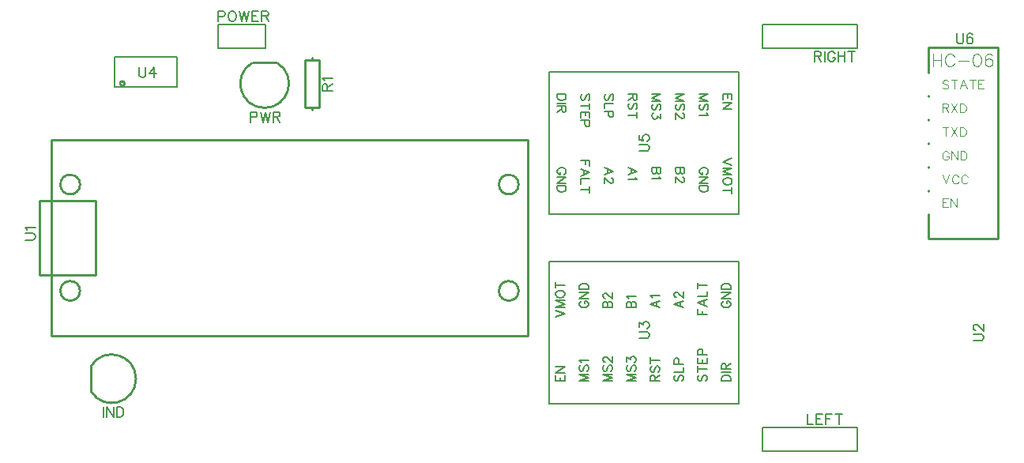
<source format=gto>
G04 Layer: TopSilkscreenLayer*
G04 EasyEDA v6.5.9, 2022-08-16 23:28:22*
G04 f5b14a09dd684442802db1c3ffc6393c,10*
G04 Gerber Generator version 0.2*
G04 Scale: 100 percent, Rotated: No, Reflected: No *
G04 Dimensions in millimeters *
G04 leading zeros omitted , absolute positions ,4 integer and 5 decimal *
%FSLAX45Y45*%
%MOMM*%

%ADD10C,0.1524*%
%ADD11C,0.2032*%
%ADD12C,0.0800*%
%ADD13C,0.1200*%
%ADD14C,0.2540*%
%ADD15C,0.2030*%
%ADD16C,0.1270*%
%ADD17C,0.2007*%
%ADD18C,0.0181*%

%LPD*%
D10*
X2133600Y3887215D02*
G01*
X2133600Y3778250D01*
X2133600Y3887215D02*
G01*
X2180336Y3887215D01*
X2195829Y3882136D01*
X2201163Y3876802D01*
X2206243Y3866387D01*
X2206243Y3850894D01*
X2201163Y3840479D01*
X2195829Y3835400D01*
X2180336Y3830065D01*
X2133600Y3830065D01*
X2240534Y3887215D02*
G01*
X2266695Y3778250D01*
X2292604Y3887215D02*
G01*
X2266695Y3778250D01*
X2292604Y3887215D02*
G01*
X2318511Y3778250D01*
X2344420Y3887215D02*
G01*
X2318511Y3778250D01*
X2378709Y3887215D02*
G01*
X2378709Y3778250D01*
X2378709Y3887215D02*
G01*
X2425700Y3887215D01*
X2441193Y3882136D01*
X2446274Y3876802D01*
X2451608Y3866387D01*
X2451608Y3855973D01*
X2446274Y3845560D01*
X2441193Y3840479D01*
X2425700Y3835400D01*
X2378709Y3835400D01*
X2415286Y3835400D02*
G01*
X2451608Y3778250D01*
X558749Y724915D02*
G01*
X558749Y615950D01*
X593039Y724915D02*
G01*
X593039Y615950D01*
X593039Y724915D02*
G01*
X665937Y615950D01*
X665937Y724915D02*
G01*
X665937Y615950D01*
X700227Y724915D02*
G01*
X700227Y615950D01*
X700227Y724915D02*
G01*
X736549Y724915D01*
X752043Y719836D01*
X762457Y709421D01*
X767537Y699007D01*
X772871Y683260D01*
X772871Y657352D01*
X767537Y641857D01*
X762457Y631444D01*
X752043Y621029D01*
X736549Y615950D01*
X700227Y615950D01*
X2907284Y4114800D02*
G01*
X3016250Y4114800D01*
X2907284Y4114800D02*
G01*
X2907284Y4161536D01*
X2912363Y4177029D01*
X2917697Y4182363D01*
X2928111Y4187444D01*
X2938525Y4187444D01*
X2948940Y4182363D01*
X2954020Y4177029D01*
X2959100Y4161536D01*
X2959100Y4114800D01*
X2959100Y4151121D02*
G01*
X3016250Y4187444D01*
X2928111Y4221734D02*
G01*
X2922777Y4232147D01*
X2907284Y4247895D01*
X3016250Y4247895D01*
X8102600Y648715D02*
G01*
X8102600Y539750D01*
X8102600Y539750D02*
G01*
X8164829Y539750D01*
X8199120Y648715D02*
G01*
X8199120Y539750D01*
X8199120Y648715D02*
G01*
X8266684Y648715D01*
X8199120Y596900D02*
G01*
X8240775Y596900D01*
X8199120Y539750D02*
G01*
X8266684Y539750D01*
X8300974Y648715D02*
G01*
X8300974Y539750D01*
X8300974Y648715D02*
G01*
X8368538Y648715D01*
X8300974Y596900D02*
G01*
X8342629Y596900D01*
X8439150Y648715D02*
G01*
X8439150Y539750D01*
X8402827Y648715D02*
G01*
X8475725Y648715D01*
X8178800Y4534915D02*
G01*
X8178800Y4425950D01*
X8178800Y4534915D02*
G01*
X8225536Y4534915D01*
X8241029Y4529836D01*
X8246363Y4524502D01*
X8251443Y4514087D01*
X8251443Y4503673D01*
X8246363Y4493260D01*
X8241029Y4488179D01*
X8225536Y4483100D01*
X8178800Y4483100D01*
X8215122Y4483100D02*
G01*
X8251443Y4425950D01*
X8285734Y4534915D02*
G01*
X8285734Y4425950D01*
X8398002Y4509007D02*
G01*
X8392922Y4519421D01*
X8382508Y4529836D01*
X8372093Y4534915D01*
X8351265Y4534915D01*
X8340852Y4529836D01*
X8330438Y4519421D01*
X8325358Y4509007D01*
X8320024Y4493260D01*
X8320024Y4467352D01*
X8325358Y4451857D01*
X8330438Y4441444D01*
X8340852Y4431029D01*
X8351265Y4425950D01*
X8372093Y4425950D01*
X8382508Y4431029D01*
X8392922Y4441444D01*
X8398002Y4451857D01*
X8398002Y4467352D01*
X8372093Y4467352D02*
G01*
X8398002Y4467352D01*
X8432291Y4534915D02*
G01*
X8432291Y4425950D01*
X8505190Y4534915D02*
G01*
X8505190Y4425950D01*
X8432291Y4483100D02*
G01*
X8505190Y4483100D01*
X8575802Y4534915D02*
G01*
X8575802Y4425950D01*
X8539479Y4534915D02*
G01*
X8612124Y4534915D01*
X1790700Y4966715D02*
G01*
X1790700Y4857750D01*
X1790700Y4966715D02*
G01*
X1837436Y4966715D01*
X1852929Y4961636D01*
X1858263Y4956302D01*
X1863344Y4945887D01*
X1863344Y4930394D01*
X1858263Y4919979D01*
X1852929Y4914900D01*
X1837436Y4909565D01*
X1790700Y4909565D01*
X1928876Y4966715D02*
G01*
X1918462Y4961636D01*
X1908047Y4951221D01*
X1902968Y4940807D01*
X1897634Y4925060D01*
X1897634Y4899152D01*
X1902968Y4883657D01*
X1908047Y4873244D01*
X1918462Y4862829D01*
X1928876Y4857750D01*
X1949704Y4857750D01*
X1960118Y4862829D01*
X1970531Y4873244D01*
X1975611Y4883657D01*
X1980945Y4899152D01*
X1980945Y4925060D01*
X1975611Y4940807D01*
X1970531Y4951221D01*
X1960118Y4961636D01*
X1949704Y4966715D01*
X1928876Y4966715D01*
X2015236Y4966715D02*
G01*
X2041143Y4857750D01*
X2067052Y4966715D02*
G01*
X2041143Y4857750D01*
X2067052Y4966715D02*
G01*
X2092959Y4857750D01*
X2119122Y4966715D02*
G01*
X2092959Y4857750D01*
X2153411Y4966715D02*
G01*
X2153411Y4857750D01*
X2153411Y4966715D02*
G01*
X2220975Y4966715D01*
X2153411Y4914900D02*
G01*
X2194813Y4914900D01*
X2153411Y4857750D02*
G01*
X2220975Y4857750D01*
X2255265Y4966715D02*
G01*
X2255265Y4857750D01*
X2255265Y4966715D02*
G01*
X2302002Y4966715D01*
X2317495Y4961636D01*
X2322829Y4956302D01*
X2327909Y4945887D01*
X2327909Y4935473D01*
X2322829Y4925060D01*
X2317495Y4919979D01*
X2302002Y4914900D01*
X2255265Y4914900D01*
X2291588Y4914900D02*
G01*
X2327909Y4857750D01*
X-280415Y2514600D02*
G01*
X-202437Y2514600D01*
X-186944Y2519679D01*
X-176529Y2530094D01*
X-171450Y2545842D01*
X-171450Y2556255D01*
X-176529Y2571750D01*
X-186944Y2582163D01*
X-202437Y2587244D01*
X-280415Y2587244D01*
X-259587Y2621534D02*
G01*
X-264921Y2631947D01*
X-280415Y2647695D01*
X-171450Y2647695D01*
X6298184Y1460500D02*
G01*
X6376161Y1460500D01*
X6391656Y1465579D01*
X6402070Y1475994D01*
X6407150Y1491742D01*
X6407150Y1502155D01*
X6402070Y1517650D01*
X6391656Y1528063D01*
X6376161Y1533144D01*
X6298184Y1533144D01*
X6298184Y1577847D02*
G01*
X6298184Y1634997D01*
X6339840Y1604010D01*
X6339840Y1619504D01*
X6344920Y1629918D01*
X6350000Y1634997D01*
X6365747Y1640331D01*
X6376161Y1640331D01*
X6391656Y1634997D01*
X6402070Y1624584D01*
X6407150Y1609089D01*
X6407150Y1593595D01*
X6402070Y1577847D01*
X6396990Y1572768D01*
X6386575Y1567434D01*
D11*
X5659627Y1003300D02*
G01*
X5756656Y1003300D01*
X5659627Y1003300D02*
G01*
X5756656Y1040129D01*
X5659627Y1077213D02*
G01*
X5756656Y1040129D01*
X5659627Y1077213D02*
G01*
X5756656Y1077213D01*
X5673343Y1172210D02*
G01*
X5664200Y1163065D01*
X5659627Y1149350D01*
X5659627Y1130807D01*
X5664200Y1116837D01*
X5673343Y1107694D01*
X5682741Y1107694D01*
X5691886Y1112265D01*
X5696458Y1116837D01*
X5701029Y1126236D01*
X5710427Y1153921D01*
X5715000Y1163065D01*
X5719572Y1167637D01*
X5728970Y1172210D01*
X5742686Y1172210D01*
X5751829Y1163065D01*
X5756656Y1149350D01*
X5756656Y1130807D01*
X5751829Y1116837D01*
X5742686Y1107694D01*
X5678170Y1202689D02*
G01*
X5673343Y1212087D01*
X5659627Y1225804D01*
X5756656Y1225804D01*
X5913627Y1003300D02*
G01*
X6010656Y1003300D01*
X5913627Y1003300D02*
G01*
X6010656Y1040129D01*
X5913627Y1077213D02*
G01*
X6010656Y1040129D01*
X5913627Y1077213D02*
G01*
X6010656Y1077213D01*
X5927343Y1172210D02*
G01*
X5918200Y1163065D01*
X5913627Y1149350D01*
X5913627Y1130807D01*
X5918200Y1116837D01*
X5927343Y1107694D01*
X5936741Y1107694D01*
X5945886Y1112265D01*
X5950458Y1116837D01*
X5955029Y1126236D01*
X5964427Y1153921D01*
X5969000Y1163065D01*
X5973572Y1167637D01*
X5982970Y1172210D01*
X5996686Y1172210D01*
X6005829Y1163065D01*
X6010656Y1149350D01*
X6010656Y1130807D01*
X6005829Y1116837D01*
X5996686Y1107694D01*
X5936741Y1207515D02*
G01*
X5932170Y1207515D01*
X5922772Y1212087D01*
X5918200Y1216660D01*
X5913627Y1225804D01*
X5913627Y1244345D01*
X5918200Y1253489D01*
X5922772Y1258315D01*
X5932170Y1262887D01*
X5941313Y1262887D01*
X5950458Y1258315D01*
X5964427Y1248918D01*
X6010656Y1202689D01*
X6010656Y1267460D01*
X6167627Y1003300D02*
G01*
X6264656Y1003300D01*
X6167627Y1003300D02*
G01*
X6264656Y1040129D01*
X6167627Y1077213D02*
G01*
X6264656Y1040129D01*
X6167627Y1077213D02*
G01*
X6264656Y1077213D01*
X6181343Y1172210D02*
G01*
X6172200Y1163065D01*
X6167627Y1149350D01*
X6167627Y1130807D01*
X6172200Y1116837D01*
X6181343Y1107694D01*
X6190741Y1107694D01*
X6199886Y1112265D01*
X6204458Y1116837D01*
X6209029Y1126236D01*
X6218427Y1153921D01*
X6223000Y1163065D01*
X6227572Y1167637D01*
X6236970Y1172210D01*
X6250686Y1172210D01*
X6259829Y1163065D01*
X6264656Y1149350D01*
X6264656Y1130807D01*
X6259829Y1116837D01*
X6250686Y1107694D01*
X6167627Y1212087D02*
G01*
X6167627Y1262887D01*
X6204458Y1235202D01*
X6204458Y1248918D01*
X6209029Y1258315D01*
X6213856Y1262887D01*
X6227572Y1267460D01*
X6236970Y1267460D01*
X6250686Y1262887D01*
X6259829Y1253489D01*
X6264656Y1239773D01*
X6264656Y1225804D01*
X6259829Y1212087D01*
X6255258Y1207515D01*
X6246113Y1202689D01*
X6943343Y1068070D02*
G01*
X6934200Y1058671D01*
X6929627Y1044955D01*
X6929627Y1026413D01*
X6934200Y1012444D01*
X6943343Y1003300D01*
X6952741Y1003300D01*
X6961886Y1007871D01*
X6966458Y1012444D01*
X6971029Y1021842D01*
X6980427Y1049528D01*
X6985000Y1058671D01*
X6989572Y1063244D01*
X6998970Y1068070D01*
X7012686Y1068070D01*
X7021829Y1058671D01*
X7026656Y1044955D01*
X7026656Y1026413D01*
X7021829Y1012444D01*
X7012686Y1003300D01*
X6929627Y1130807D02*
G01*
X7026656Y1130807D01*
X6929627Y1098550D02*
G01*
X6929627Y1163065D01*
X6929627Y1193545D02*
G01*
X7026656Y1193545D01*
X6929627Y1193545D02*
G01*
X6929627Y1253489D01*
X6975856Y1193545D02*
G01*
X6975856Y1230629D01*
X7026656Y1193545D02*
G01*
X7026656Y1253489D01*
X6929627Y1283970D02*
G01*
X7026656Y1283970D01*
X6929627Y1283970D02*
G01*
X6929627Y1325626D01*
X6934200Y1339595D01*
X6938772Y1344168D01*
X6948170Y1348739D01*
X6961886Y1348739D01*
X6971029Y1344168D01*
X6975856Y1339595D01*
X6980427Y1325626D01*
X6980427Y1283970D01*
X7183627Y1003300D02*
G01*
X7280656Y1003300D01*
X7183627Y1003300D02*
G01*
X7183627Y1035557D01*
X7188200Y1049528D01*
X7197343Y1058671D01*
X7206741Y1063244D01*
X7220458Y1068070D01*
X7243572Y1068070D01*
X7257541Y1063244D01*
X7266686Y1058671D01*
X7275829Y1049528D01*
X7280656Y1035557D01*
X7280656Y1003300D01*
X7183627Y1098550D02*
G01*
X7280656Y1098550D01*
X7183627Y1129029D02*
G01*
X7280656Y1129029D01*
X7183627Y1129029D02*
G01*
X7183627Y1170431D01*
X7188200Y1184402D01*
X7192772Y1188973D01*
X7202170Y1193545D01*
X7211313Y1193545D01*
X7220458Y1188973D01*
X7225029Y1184402D01*
X7229856Y1170431D01*
X7229856Y1129029D01*
X7229856Y1161287D02*
G01*
X7280656Y1193545D01*
X7206741Y1860042D02*
G01*
X7197343Y1855470D01*
X7188200Y1846071D01*
X7183627Y1836928D01*
X7183627Y1818386D01*
X7188200Y1809242D01*
X7197343Y1799844D01*
X7206741Y1795271D01*
X7220458Y1790700D01*
X7243572Y1790700D01*
X7257541Y1795271D01*
X7266686Y1799844D01*
X7275829Y1809242D01*
X7280656Y1818386D01*
X7280656Y1836928D01*
X7275829Y1846071D01*
X7266686Y1855470D01*
X7257541Y1860042D01*
X7243572Y1860042D01*
X7243572Y1836928D02*
G01*
X7243572Y1860042D01*
X7183627Y1890521D02*
G01*
X7280656Y1890521D01*
X7183627Y1890521D02*
G01*
X7280656Y1955037D01*
X7183627Y1955037D02*
G01*
X7280656Y1955037D01*
X7183627Y1985518D02*
G01*
X7280656Y1985518D01*
X7183627Y1985518D02*
G01*
X7183627Y2018029D01*
X7188200Y2031745D01*
X7197343Y2040889D01*
X7206741Y2045715D01*
X7220458Y2050287D01*
X7243572Y2050287D01*
X7257541Y2045715D01*
X7266686Y2040889D01*
X7275829Y2031745D01*
X7280656Y2018029D01*
X7280656Y1985518D01*
X6929627Y1714500D02*
G01*
X7026656Y1714500D01*
X6929627Y1714500D02*
G01*
X6929627Y1774444D01*
X6975856Y1714500D02*
G01*
X6975856Y1751329D01*
X6929627Y1842007D02*
G01*
X7026656Y1804923D01*
X6929627Y1842007D02*
G01*
X7026656Y1878837D01*
X6994143Y1818894D02*
G01*
X6994143Y1865121D01*
X6929627Y1909318D02*
G01*
X7026656Y1909318D01*
X7026656Y1909318D02*
G01*
X7026656Y1964689D01*
X6929627Y2027681D02*
G01*
X7026656Y2027681D01*
X6929627Y1995170D02*
G01*
X6929627Y2059939D01*
X6675627Y1827529D02*
G01*
X6772656Y1790700D01*
X6675627Y1827529D02*
G01*
X6772656Y1864613D01*
X6740143Y1804670D02*
G01*
X6740143Y1850644D01*
X6698741Y1899665D02*
G01*
X6694170Y1899665D01*
X6684772Y1904237D01*
X6680200Y1908810D01*
X6675627Y1918207D01*
X6675627Y1936750D01*
X6680200Y1945894D01*
X6684772Y1950465D01*
X6694170Y1955037D01*
X6703313Y1955037D01*
X6712458Y1950465D01*
X6726427Y1941321D01*
X6772656Y1895094D01*
X6772656Y1959610D01*
X6421627Y1827529D02*
G01*
X6518656Y1790700D01*
X6421627Y1827529D02*
G01*
X6518656Y1864613D01*
X6486143Y1804670D02*
G01*
X6486143Y1850644D01*
X6440170Y1895094D02*
G01*
X6435343Y1904237D01*
X6421627Y1918207D01*
X6518656Y1918207D01*
X6167627Y1790700D02*
G01*
X6264656Y1790700D01*
X6167627Y1790700D02*
G01*
X6167627Y1832355D01*
X6172200Y1846071D01*
X6176772Y1850644D01*
X6186170Y1855470D01*
X6195313Y1855470D01*
X6204458Y1850644D01*
X6209029Y1846071D01*
X6213856Y1832355D01*
X6213856Y1790700D02*
G01*
X6213856Y1832355D01*
X6218427Y1846071D01*
X6223000Y1850644D01*
X6232143Y1855470D01*
X6246113Y1855470D01*
X6255258Y1850644D01*
X6259829Y1846071D01*
X6264656Y1832355D01*
X6264656Y1790700D01*
X6186170Y1885950D02*
G01*
X6181343Y1895094D01*
X6167627Y1908810D01*
X6264656Y1908810D01*
X5913627Y1790700D02*
G01*
X6010656Y1790700D01*
X5913627Y1790700D02*
G01*
X5913627Y1832355D01*
X5918200Y1846071D01*
X5922772Y1850644D01*
X5932170Y1855470D01*
X5941313Y1855470D01*
X5950458Y1850644D01*
X5955029Y1846071D01*
X5959856Y1832355D01*
X5959856Y1790700D02*
G01*
X5959856Y1832355D01*
X5964427Y1846071D01*
X5969000Y1850644D01*
X5978143Y1855470D01*
X5992113Y1855470D01*
X6001258Y1850644D01*
X6005829Y1846071D01*
X6010656Y1832355D01*
X6010656Y1790700D01*
X5936741Y1890521D02*
G01*
X5932170Y1890521D01*
X5922772Y1895094D01*
X5918200Y1899665D01*
X5913627Y1908810D01*
X5913627Y1927352D01*
X5918200Y1936750D01*
X5922772Y1941321D01*
X5932170Y1945894D01*
X5941313Y1945894D01*
X5950458Y1941321D01*
X5964427Y1931923D01*
X6010656Y1885950D01*
X6010656Y1950465D01*
X5682741Y1860042D02*
G01*
X5673343Y1855470D01*
X5664200Y1846071D01*
X5659627Y1836928D01*
X5659627Y1818386D01*
X5664200Y1809242D01*
X5673343Y1799844D01*
X5682741Y1795271D01*
X5696458Y1790700D01*
X5719572Y1790700D01*
X5733541Y1795271D01*
X5742686Y1799844D01*
X5751829Y1809242D01*
X5756656Y1818386D01*
X5756656Y1836928D01*
X5751829Y1846071D01*
X5742686Y1855470D01*
X5733541Y1860042D01*
X5719572Y1860042D01*
X5719572Y1836928D02*
G01*
X5719572Y1860042D01*
X5659627Y1890521D02*
G01*
X5756656Y1890521D01*
X5659627Y1890521D02*
G01*
X5756656Y1955037D01*
X5659627Y1955037D02*
G01*
X5756656Y1955037D01*
X5659627Y1985518D02*
G01*
X5756656Y1985518D01*
X5659627Y1985518D02*
G01*
X5659627Y2018029D01*
X5664200Y2031745D01*
X5673343Y2040889D01*
X5682741Y2045715D01*
X5696458Y2050287D01*
X5719572Y2050287D01*
X5733541Y2045715D01*
X5742686Y2040889D01*
X5751829Y2031745D01*
X5756656Y2018029D01*
X5756656Y1985518D01*
X5405627Y1689100D02*
G01*
X5502656Y1725929D01*
X5405627Y1763013D02*
G01*
X5502656Y1725929D01*
X5405627Y1793494D02*
G01*
X5502656Y1793494D01*
X5405627Y1793494D02*
G01*
X5502656Y1830323D01*
X5405627Y1867407D02*
G01*
X5502656Y1830323D01*
X5405627Y1867407D02*
G01*
X5502656Y1867407D01*
X5405627Y1925573D02*
G01*
X5410200Y1916429D01*
X5419343Y1907031D01*
X5428741Y1902460D01*
X5442458Y1897887D01*
X5465572Y1897887D01*
X5479541Y1902460D01*
X5488686Y1907031D01*
X5497829Y1916429D01*
X5502656Y1925573D01*
X5502656Y1944115D01*
X5497829Y1953260D01*
X5488686Y1962404D01*
X5479541Y1967229D01*
X5465572Y1971802D01*
X5442458Y1971802D01*
X5428741Y1967229D01*
X5419343Y1962404D01*
X5410200Y1953260D01*
X5405627Y1944115D01*
X5405627Y1925573D01*
X5405627Y2034539D02*
G01*
X5502656Y2034539D01*
X5405627Y2002281D02*
G01*
X5405627Y2066797D01*
X5405627Y1003300D02*
G01*
X5502656Y1003300D01*
X5405627Y1003300D02*
G01*
X5405627Y1063244D01*
X5451856Y1003300D02*
G01*
X5451856Y1040129D01*
X5502656Y1003300D02*
G01*
X5502656Y1063244D01*
X5405627Y1093723D02*
G01*
X5502656Y1093723D01*
X5405627Y1093723D02*
G01*
X5502656Y1158494D01*
X5405627Y1158494D02*
G01*
X5502656Y1158494D01*
X6421627Y1003300D02*
G01*
X6518656Y1003300D01*
X6421627Y1003300D02*
G01*
X6421627Y1044955D01*
X6426200Y1058671D01*
X6430772Y1063244D01*
X6440170Y1068070D01*
X6449313Y1068070D01*
X6458458Y1063244D01*
X6463029Y1058671D01*
X6467856Y1044955D01*
X6467856Y1003300D01*
X6467856Y1035557D02*
G01*
X6518656Y1068070D01*
X6435343Y1163065D02*
G01*
X6426200Y1153921D01*
X6421627Y1139952D01*
X6421627Y1121410D01*
X6426200Y1107694D01*
X6435343Y1098550D01*
X6444741Y1098550D01*
X6453886Y1103121D01*
X6458458Y1107694D01*
X6463029Y1116837D01*
X6472427Y1144523D01*
X6477000Y1153921D01*
X6481572Y1158494D01*
X6490970Y1163065D01*
X6504686Y1163065D01*
X6513829Y1153921D01*
X6518656Y1139952D01*
X6518656Y1121410D01*
X6513829Y1107694D01*
X6504686Y1098550D01*
X6421627Y1225804D02*
G01*
X6518656Y1225804D01*
X6421627Y1193545D02*
G01*
X6421627Y1258315D01*
X6689343Y1068070D02*
G01*
X6680200Y1058671D01*
X6675627Y1044955D01*
X6675627Y1026413D01*
X6680200Y1012444D01*
X6689343Y1003300D01*
X6698741Y1003300D01*
X6707886Y1007871D01*
X6712458Y1012444D01*
X6717029Y1021842D01*
X6726427Y1049528D01*
X6731000Y1058671D01*
X6735572Y1063244D01*
X6744970Y1068070D01*
X6758686Y1068070D01*
X6767829Y1058671D01*
X6772656Y1044955D01*
X6772656Y1026413D01*
X6767829Y1012444D01*
X6758686Y1003300D01*
X6675627Y1098550D02*
G01*
X6772656Y1098550D01*
X6772656Y1098550D02*
G01*
X6772656Y1153921D01*
X6675627Y1184402D02*
G01*
X6772656Y1184402D01*
X6675627Y1184402D02*
G01*
X6675627Y1225804D01*
X6680200Y1239773D01*
X6684772Y1244345D01*
X6694170Y1248918D01*
X6707886Y1248918D01*
X6717029Y1244345D01*
X6721856Y1239773D01*
X6726427Y1225804D01*
X6726427Y1184402D01*
D10*
X6298184Y3467100D02*
G01*
X6376161Y3467100D01*
X6391656Y3472179D01*
X6402070Y3482594D01*
X6407150Y3498342D01*
X6407150Y3508755D01*
X6402070Y3524250D01*
X6391656Y3534663D01*
X6376161Y3539744D01*
X6298184Y3539744D01*
X6298184Y3636518D02*
G01*
X6298184Y3584447D01*
X6344920Y3579368D01*
X6339840Y3584447D01*
X6334506Y3600195D01*
X6334506Y3615689D01*
X6339840Y3631184D01*
X6350000Y3641597D01*
X6365747Y3646931D01*
X6376161Y3646931D01*
X6391656Y3641597D01*
X6402070Y3631184D01*
X6407150Y3615689D01*
X6407150Y3600195D01*
X6402070Y3584447D01*
X6396990Y3579368D01*
X6386575Y3574034D01*
D11*
X7040372Y4076700D02*
G01*
X6943343Y4076700D01*
X7040372Y4076700D02*
G01*
X6943343Y4039870D01*
X7040372Y4002786D02*
G01*
X6943343Y4039870D01*
X7040372Y4002786D02*
G01*
X6943343Y4002786D01*
X7026656Y3907789D02*
G01*
X7035800Y3916934D01*
X7040372Y3930650D01*
X7040372Y3949192D01*
X7035800Y3963162D01*
X7026656Y3972305D01*
X7017258Y3972305D01*
X7008113Y3967734D01*
X7003541Y3963162D01*
X6998970Y3953763D01*
X6989572Y3926078D01*
X6985000Y3916934D01*
X6980427Y3912362D01*
X6971029Y3907789D01*
X6957313Y3907789D01*
X6948170Y3916934D01*
X6943343Y3930650D01*
X6943343Y3949192D01*
X6948170Y3963162D01*
X6957313Y3972305D01*
X7021829Y3877310D02*
G01*
X7026656Y3867912D01*
X7040372Y3854195D01*
X6943343Y3854195D01*
X6786372Y4076700D02*
G01*
X6689343Y4076700D01*
X6786372Y4076700D02*
G01*
X6689343Y4039870D01*
X6786372Y4002786D02*
G01*
X6689343Y4039870D01*
X6786372Y4002786D02*
G01*
X6689343Y4002786D01*
X6772656Y3907789D02*
G01*
X6781800Y3916934D01*
X6786372Y3930650D01*
X6786372Y3949192D01*
X6781800Y3963162D01*
X6772656Y3972305D01*
X6763258Y3972305D01*
X6754113Y3967734D01*
X6749541Y3963162D01*
X6744970Y3953763D01*
X6735572Y3926078D01*
X6731000Y3916934D01*
X6726427Y3912362D01*
X6717029Y3907789D01*
X6703313Y3907789D01*
X6694170Y3916934D01*
X6689343Y3930650D01*
X6689343Y3949192D01*
X6694170Y3963162D01*
X6703313Y3972305D01*
X6763258Y3872484D02*
G01*
X6767829Y3872484D01*
X6777227Y3867912D01*
X6781800Y3863339D01*
X6786372Y3854195D01*
X6786372Y3835654D01*
X6781800Y3826510D01*
X6777227Y3821684D01*
X6767829Y3817112D01*
X6758686Y3817112D01*
X6749541Y3821684D01*
X6735572Y3831081D01*
X6689343Y3877310D01*
X6689343Y3812539D01*
X6532372Y4076700D02*
G01*
X6435343Y4076700D01*
X6532372Y4076700D02*
G01*
X6435343Y4039870D01*
X6532372Y4002786D02*
G01*
X6435343Y4039870D01*
X6532372Y4002786D02*
G01*
X6435343Y4002786D01*
X6518656Y3907789D02*
G01*
X6527800Y3916934D01*
X6532372Y3930650D01*
X6532372Y3949192D01*
X6527800Y3963162D01*
X6518656Y3972305D01*
X6509258Y3972305D01*
X6500113Y3967734D01*
X6495541Y3963162D01*
X6490970Y3953763D01*
X6481572Y3926078D01*
X6477000Y3916934D01*
X6472427Y3912362D01*
X6463029Y3907789D01*
X6449313Y3907789D01*
X6440170Y3916934D01*
X6435343Y3930650D01*
X6435343Y3949192D01*
X6440170Y3963162D01*
X6449313Y3972305D01*
X6532372Y3867912D02*
G01*
X6532372Y3817112D01*
X6495541Y3844797D01*
X6495541Y3831081D01*
X6490970Y3821684D01*
X6486143Y3817112D01*
X6472427Y3812539D01*
X6463029Y3812539D01*
X6449313Y3817112D01*
X6440170Y3826510D01*
X6435343Y3840226D01*
X6435343Y3854195D01*
X6440170Y3867912D01*
X6444741Y3872484D01*
X6453886Y3877310D01*
X5756656Y4011929D02*
G01*
X5765800Y4021328D01*
X5770372Y4035044D01*
X5770372Y4053586D01*
X5765800Y4067555D01*
X5756656Y4076700D01*
X5747258Y4076700D01*
X5738113Y4072128D01*
X5733541Y4067555D01*
X5728970Y4058157D01*
X5719572Y4030471D01*
X5715000Y4021328D01*
X5710427Y4016755D01*
X5701029Y4011929D01*
X5687313Y4011929D01*
X5678170Y4021328D01*
X5673343Y4035044D01*
X5673343Y4053586D01*
X5678170Y4067555D01*
X5687313Y4076700D01*
X5770372Y3949192D02*
G01*
X5673343Y3949192D01*
X5770372Y3981450D02*
G01*
X5770372Y3916934D01*
X5770372Y3886454D02*
G01*
X5673343Y3886454D01*
X5770372Y3886454D02*
G01*
X5770372Y3826510D01*
X5724143Y3886454D02*
G01*
X5724143Y3849370D01*
X5673343Y3886454D02*
G01*
X5673343Y3826510D01*
X5770372Y3796029D02*
G01*
X5673343Y3796029D01*
X5770372Y3796029D02*
G01*
X5770372Y3754373D01*
X5765800Y3740404D01*
X5761227Y3735831D01*
X5751829Y3731260D01*
X5738113Y3731260D01*
X5728970Y3735831D01*
X5724143Y3740404D01*
X5719572Y3754373D01*
X5719572Y3796029D01*
X5516372Y4076700D02*
G01*
X5419343Y4076700D01*
X5516372Y4076700D02*
G01*
X5516372Y4044442D01*
X5511800Y4030471D01*
X5502656Y4021328D01*
X5493258Y4016755D01*
X5479541Y4011929D01*
X5456427Y4011929D01*
X5442458Y4016755D01*
X5433313Y4021328D01*
X5424170Y4030471D01*
X5419343Y4044442D01*
X5419343Y4076700D01*
X5516372Y3981450D02*
G01*
X5419343Y3981450D01*
X5516372Y3950970D02*
G01*
X5419343Y3950970D01*
X5516372Y3950970D02*
G01*
X5516372Y3909568D01*
X5511800Y3895597D01*
X5507227Y3891026D01*
X5497829Y3886454D01*
X5488686Y3886454D01*
X5479541Y3891026D01*
X5474970Y3895597D01*
X5470143Y3909568D01*
X5470143Y3950970D01*
X5470143Y3918712D02*
G01*
X5419343Y3886454D01*
X5493258Y3219957D02*
G01*
X5502656Y3224529D01*
X5511800Y3233928D01*
X5516372Y3243071D01*
X5516372Y3261613D01*
X5511800Y3270757D01*
X5502656Y3280155D01*
X5493258Y3284728D01*
X5479541Y3289300D01*
X5456427Y3289300D01*
X5442458Y3284728D01*
X5433313Y3280155D01*
X5424170Y3270757D01*
X5419343Y3261613D01*
X5419343Y3243071D01*
X5424170Y3233928D01*
X5433313Y3224529D01*
X5442458Y3219957D01*
X5456427Y3219957D01*
X5456427Y3243071D02*
G01*
X5456427Y3219957D01*
X5516372Y3189478D02*
G01*
X5419343Y3189478D01*
X5516372Y3189478D02*
G01*
X5419343Y3124962D01*
X5516372Y3124962D02*
G01*
X5419343Y3124962D01*
X5516372Y3094481D02*
G01*
X5419343Y3094481D01*
X5516372Y3094481D02*
G01*
X5516372Y3061970D01*
X5511800Y3048254D01*
X5502656Y3039110D01*
X5493258Y3034284D01*
X5479541Y3029712D01*
X5456427Y3029712D01*
X5442458Y3034284D01*
X5433313Y3039110D01*
X5424170Y3048254D01*
X5419343Y3061970D01*
X5419343Y3094481D01*
X5770372Y3365500D02*
G01*
X5673343Y3365500D01*
X5770372Y3365500D02*
G01*
X5770372Y3305555D01*
X5724143Y3365500D02*
G01*
X5724143Y3328670D01*
X5770372Y3237992D02*
G01*
X5673343Y3275076D01*
X5770372Y3237992D02*
G01*
X5673343Y3201162D01*
X5705856Y3261105D02*
G01*
X5705856Y3214878D01*
X5770372Y3170681D02*
G01*
X5673343Y3170681D01*
X5673343Y3170681D02*
G01*
X5673343Y3115310D01*
X5770372Y3052318D02*
G01*
X5673343Y3052318D01*
X5770372Y3084829D02*
G01*
X5770372Y3020060D01*
X6024372Y3252470D02*
G01*
X5927343Y3289300D01*
X6024372Y3252470D02*
G01*
X5927343Y3215386D01*
X5959856Y3275329D02*
G01*
X5959856Y3229355D01*
X6001258Y3180334D02*
G01*
X6005829Y3180334D01*
X6015227Y3175762D01*
X6019800Y3171189D01*
X6024372Y3161792D01*
X6024372Y3143250D01*
X6019800Y3134105D01*
X6015227Y3129534D01*
X6005829Y3124962D01*
X5996686Y3124962D01*
X5987541Y3129534D01*
X5973572Y3138678D01*
X5927343Y3184905D01*
X5927343Y3120389D01*
X6278372Y3252470D02*
G01*
X6181343Y3289300D01*
X6278372Y3252470D02*
G01*
X6181343Y3215386D01*
X6213856Y3275329D02*
G01*
X6213856Y3229355D01*
X6259829Y3184905D02*
G01*
X6264656Y3175762D01*
X6278372Y3161792D01*
X6181343Y3161792D01*
X6532372Y3289300D02*
G01*
X6435343Y3289300D01*
X6532372Y3289300D02*
G01*
X6532372Y3247644D01*
X6527800Y3233928D01*
X6523227Y3229355D01*
X6513829Y3224529D01*
X6504686Y3224529D01*
X6495541Y3229355D01*
X6490970Y3233928D01*
X6486143Y3247644D01*
X6486143Y3289300D02*
G01*
X6486143Y3247644D01*
X6481572Y3233928D01*
X6477000Y3229355D01*
X6467856Y3224529D01*
X6453886Y3224529D01*
X6444741Y3229355D01*
X6440170Y3233928D01*
X6435343Y3247644D01*
X6435343Y3289300D01*
X6513829Y3194050D02*
G01*
X6518656Y3184905D01*
X6532372Y3171189D01*
X6435343Y3171189D01*
X6786372Y3289300D02*
G01*
X6689343Y3289300D01*
X6786372Y3289300D02*
G01*
X6786372Y3247644D01*
X6781800Y3233928D01*
X6777227Y3229355D01*
X6767829Y3224529D01*
X6758686Y3224529D01*
X6749541Y3229355D01*
X6744970Y3233928D01*
X6740143Y3247644D01*
X6740143Y3289300D02*
G01*
X6740143Y3247644D01*
X6735572Y3233928D01*
X6731000Y3229355D01*
X6721856Y3224529D01*
X6707886Y3224529D01*
X6698741Y3229355D01*
X6694170Y3233928D01*
X6689343Y3247644D01*
X6689343Y3289300D01*
X6763258Y3189478D02*
G01*
X6767829Y3189478D01*
X6777227Y3184905D01*
X6781800Y3180334D01*
X6786372Y3171189D01*
X6786372Y3152647D01*
X6781800Y3143250D01*
X6777227Y3138678D01*
X6767829Y3134105D01*
X6758686Y3134105D01*
X6749541Y3138678D01*
X6735572Y3148076D01*
X6689343Y3194050D01*
X6689343Y3129534D01*
X7017258Y3219957D02*
G01*
X7026656Y3224529D01*
X7035800Y3233928D01*
X7040372Y3243071D01*
X7040372Y3261613D01*
X7035800Y3270757D01*
X7026656Y3280155D01*
X7017258Y3284728D01*
X7003541Y3289300D01*
X6980427Y3289300D01*
X6966458Y3284728D01*
X6957313Y3280155D01*
X6948170Y3270757D01*
X6943343Y3261613D01*
X6943343Y3243071D01*
X6948170Y3233928D01*
X6957313Y3224529D01*
X6966458Y3219957D01*
X6980427Y3219957D01*
X6980427Y3243071D02*
G01*
X6980427Y3219957D01*
X7040372Y3189478D02*
G01*
X6943343Y3189478D01*
X7040372Y3189478D02*
G01*
X6943343Y3124962D01*
X7040372Y3124962D02*
G01*
X6943343Y3124962D01*
X7040372Y3094481D02*
G01*
X6943343Y3094481D01*
X7040372Y3094481D02*
G01*
X7040372Y3061970D01*
X7035800Y3048254D01*
X7026656Y3039110D01*
X7017258Y3034284D01*
X7003541Y3029712D01*
X6980427Y3029712D01*
X6966458Y3034284D01*
X6957313Y3039110D01*
X6948170Y3048254D01*
X6943343Y3061970D01*
X6943343Y3094481D01*
X7294372Y3390900D02*
G01*
X7197343Y3354070D01*
X7294372Y3316986D02*
G01*
X7197343Y3354070D01*
X7294372Y3286505D02*
G01*
X7197343Y3286505D01*
X7294372Y3286505D02*
G01*
X7197343Y3249676D01*
X7294372Y3212592D02*
G01*
X7197343Y3249676D01*
X7294372Y3212592D02*
G01*
X7197343Y3212592D01*
X7294372Y3154426D02*
G01*
X7289800Y3163570D01*
X7280656Y3172968D01*
X7271258Y3177539D01*
X7257541Y3182112D01*
X7234427Y3182112D01*
X7220458Y3177539D01*
X7211313Y3172968D01*
X7202170Y3163570D01*
X7197343Y3154426D01*
X7197343Y3135884D01*
X7202170Y3126739D01*
X7211313Y3117595D01*
X7220458Y3112770D01*
X7234427Y3108197D01*
X7257541Y3108197D01*
X7271258Y3112770D01*
X7280656Y3117595D01*
X7289800Y3126739D01*
X7294372Y3135884D01*
X7294372Y3154426D01*
X7294372Y3045460D02*
G01*
X7197343Y3045460D01*
X7294372Y3077718D02*
G01*
X7294372Y3013202D01*
X7294372Y4076700D02*
G01*
X7197343Y4076700D01*
X7294372Y4076700D02*
G01*
X7294372Y4016755D01*
X7248143Y4076700D02*
G01*
X7248143Y4039870D01*
X7197343Y4076700D02*
G01*
X7197343Y4016755D01*
X7294372Y3986276D02*
G01*
X7197343Y3986276D01*
X7294372Y3986276D02*
G01*
X7197343Y3921505D01*
X7294372Y3921505D02*
G01*
X7197343Y3921505D01*
X6278372Y4076700D02*
G01*
X6181343Y4076700D01*
X6278372Y4076700D02*
G01*
X6278372Y4035044D01*
X6273800Y4021328D01*
X6269227Y4016755D01*
X6259829Y4011929D01*
X6250686Y4011929D01*
X6241541Y4016755D01*
X6236970Y4021328D01*
X6232143Y4035044D01*
X6232143Y4076700D01*
X6232143Y4044442D02*
G01*
X6181343Y4011929D01*
X6264656Y3916934D02*
G01*
X6273800Y3926078D01*
X6278372Y3940047D01*
X6278372Y3958589D01*
X6273800Y3972305D01*
X6264656Y3981450D01*
X6255258Y3981450D01*
X6246113Y3976878D01*
X6241541Y3972305D01*
X6236970Y3963162D01*
X6227572Y3935476D01*
X6223000Y3926078D01*
X6218427Y3921505D01*
X6209029Y3916934D01*
X6195313Y3916934D01*
X6186170Y3926078D01*
X6181343Y3940047D01*
X6181343Y3958589D01*
X6186170Y3972305D01*
X6195313Y3981450D01*
X6278372Y3854195D02*
G01*
X6181343Y3854195D01*
X6278372Y3886454D02*
G01*
X6278372Y3821684D01*
X6010656Y4011929D02*
G01*
X6019800Y4021328D01*
X6024372Y4035044D01*
X6024372Y4053586D01*
X6019800Y4067555D01*
X6010656Y4076700D01*
X6001258Y4076700D01*
X5992113Y4072128D01*
X5987541Y4067555D01*
X5982970Y4058157D01*
X5973572Y4030471D01*
X5969000Y4021328D01*
X5964427Y4016755D01*
X5955029Y4011929D01*
X5941313Y4011929D01*
X5932170Y4021328D01*
X5927343Y4035044D01*
X5927343Y4053586D01*
X5932170Y4067555D01*
X5941313Y4076700D01*
X6024372Y3981450D02*
G01*
X5927343Y3981450D01*
X5927343Y3981450D02*
G01*
X5927343Y3926078D01*
X6024372Y3895597D02*
G01*
X5927343Y3895597D01*
X6024372Y3895597D02*
G01*
X6024372Y3854195D01*
X6019800Y3840226D01*
X6015227Y3835654D01*
X6005829Y3831081D01*
X5992113Y3831081D01*
X5982970Y3835654D01*
X5978143Y3840226D01*
X5973572Y3854195D01*
X5973572Y3895597D01*
D10*
X939800Y4369815D02*
G01*
X939800Y4291837D01*
X944879Y4276344D01*
X955294Y4265929D01*
X971042Y4260850D01*
X981455Y4260850D01*
X996950Y4265929D01*
X1007363Y4276344D01*
X1012444Y4291837D01*
X1012444Y4369815D01*
X1098804Y4369815D02*
G01*
X1046734Y4297171D01*
X1124712Y4297171D01*
X1098804Y4369815D02*
G01*
X1098804Y4260850D01*
X9702800Y4729116D02*
G01*
X9702800Y4651138D01*
X9707879Y4635644D01*
X9718293Y4625230D01*
X9734041Y4620150D01*
X9744456Y4620150D01*
X9759950Y4625230D01*
X9770363Y4635644D01*
X9775443Y4651138D01*
X9775443Y4729116D01*
X9872218Y4713622D02*
G01*
X9866884Y4724036D01*
X9851390Y4729116D01*
X9840975Y4729116D01*
X9825481Y4724036D01*
X9815068Y4708288D01*
X9809734Y4682380D01*
X9809734Y4656472D01*
X9815068Y4635644D01*
X9825481Y4625230D01*
X9840975Y4620150D01*
X9846309Y4620150D01*
X9861804Y4625230D01*
X9872218Y4635644D01*
X9877297Y4651138D01*
X9877297Y4656472D01*
X9872218Y4671966D01*
X9861804Y4682380D01*
X9846309Y4687460D01*
X9840975Y4687460D01*
X9825481Y4682380D01*
X9815068Y4671966D01*
X9809734Y4656472D01*
D12*
X9550400Y3216038D02*
G01*
X9586722Y3120534D01*
X9623043Y3216038D02*
G01*
X9586722Y3120534D01*
X9721341Y3193432D02*
G01*
X9716770Y3202576D01*
X9707625Y3211466D01*
X9698481Y3216038D01*
X9680447Y3216038D01*
X9671304Y3211466D01*
X9662159Y3202576D01*
X9657588Y3193432D01*
X9653015Y3179716D01*
X9653015Y3157110D01*
X9657588Y3143394D01*
X9662159Y3134250D01*
X9671304Y3125106D01*
X9680447Y3120534D01*
X9698481Y3120534D01*
X9707625Y3125106D01*
X9716770Y3134250D01*
X9721341Y3143394D01*
X9819386Y3193432D02*
G01*
X9815068Y3202576D01*
X9805924Y3211466D01*
X9796779Y3216038D01*
X9778491Y3216038D01*
X9769602Y3211466D01*
X9760458Y3202576D01*
X9755886Y3193432D01*
X9751313Y3179716D01*
X9751313Y3157110D01*
X9755886Y3143394D01*
X9760458Y3134250D01*
X9769602Y3125106D01*
X9778491Y3120534D01*
X9796779Y3120534D01*
X9805924Y3125106D01*
X9815068Y3134250D01*
X9819386Y3143394D01*
X9550400Y2962038D02*
G01*
X9550400Y2866534D01*
X9550400Y2962038D02*
G01*
X9609581Y2962038D01*
X9550400Y2916572D02*
G01*
X9586722Y2916572D01*
X9550400Y2866534D02*
G01*
X9609581Y2866534D01*
X9639554Y2962038D02*
G01*
X9639554Y2866534D01*
X9639554Y2962038D02*
G01*
X9703054Y2866534D01*
X9703054Y2962038D02*
G01*
X9703054Y2866534D01*
X9618472Y3447432D02*
G01*
X9614154Y3456576D01*
X9605009Y3465466D01*
X9595865Y3470038D01*
X9577577Y3470038D01*
X9568688Y3465466D01*
X9559543Y3456576D01*
X9554972Y3447432D01*
X9550400Y3433716D01*
X9550400Y3411110D01*
X9554972Y3397394D01*
X9559543Y3388250D01*
X9568688Y3379106D01*
X9577577Y3374534D01*
X9595865Y3374534D01*
X9605009Y3379106D01*
X9614154Y3388250D01*
X9618472Y3397394D01*
X9618472Y3411110D01*
X9595865Y3411110D02*
G01*
X9618472Y3411110D01*
X9648697Y3470038D02*
G01*
X9648697Y3374534D01*
X9648697Y3470038D02*
G01*
X9712197Y3374534D01*
X9712197Y3470038D02*
G01*
X9712197Y3374534D01*
X9742170Y3470038D02*
G01*
X9742170Y3374534D01*
X9742170Y3470038D02*
G01*
X9773920Y3470038D01*
X9787636Y3465466D01*
X9796779Y3456576D01*
X9801352Y3447432D01*
X9805924Y3433716D01*
X9805924Y3411110D01*
X9801352Y3397394D01*
X9796779Y3388250D01*
X9787636Y3379106D01*
X9773920Y3374534D01*
X9742170Y3374534D01*
X9582150Y3724038D02*
G01*
X9582150Y3628534D01*
X9550400Y3724038D02*
G01*
X9614154Y3724038D01*
X9644125Y3724038D02*
G01*
X9707625Y3628534D01*
X9707625Y3724038D02*
G01*
X9644125Y3628534D01*
X9737597Y3724038D02*
G01*
X9737597Y3628534D01*
X9737597Y3724038D02*
G01*
X9769602Y3724038D01*
X9783063Y3719466D01*
X9792208Y3710576D01*
X9796779Y3701432D01*
X9801352Y3687716D01*
X9801352Y3665110D01*
X9796779Y3651394D01*
X9792208Y3642250D01*
X9783063Y3633106D01*
X9769602Y3628534D01*
X9737597Y3628534D01*
X9550400Y3978038D02*
G01*
X9550400Y3882534D01*
X9550400Y3978038D02*
G01*
X9591293Y3978038D01*
X9605009Y3973466D01*
X9609581Y3968894D01*
X9614154Y3960004D01*
X9614154Y3950860D01*
X9609581Y3941716D01*
X9605009Y3937144D01*
X9591293Y3932572D01*
X9550400Y3932572D01*
X9582150Y3932572D02*
G01*
X9614154Y3882534D01*
X9644125Y3978038D02*
G01*
X9707625Y3882534D01*
X9707625Y3978038D02*
G01*
X9644125Y3882534D01*
X9737597Y3978038D02*
G01*
X9737597Y3882534D01*
X9737597Y3978038D02*
G01*
X9769602Y3978038D01*
X9783063Y3973466D01*
X9792208Y3964576D01*
X9796779Y3955432D01*
X9801352Y3941716D01*
X9801352Y3919110D01*
X9796779Y3905394D01*
X9792208Y3896250D01*
X9783063Y3887106D01*
X9769602Y3882534D01*
X9737597Y3882534D01*
X9614154Y4218576D02*
G01*
X9605009Y4227466D01*
X9591293Y4232038D01*
X9573006Y4232038D01*
X9559543Y4227466D01*
X9550400Y4218576D01*
X9550400Y4209432D01*
X9554972Y4200288D01*
X9559543Y4195716D01*
X9568688Y4191144D01*
X9595865Y4182000D01*
X9605009Y4177682D01*
X9609581Y4173110D01*
X9614154Y4163966D01*
X9614154Y4150250D01*
X9605009Y4141106D01*
X9591293Y4136534D01*
X9573006Y4136534D01*
X9559543Y4141106D01*
X9550400Y4150250D01*
X9675875Y4232038D02*
G01*
X9675875Y4136534D01*
X9644125Y4232038D02*
G01*
X9707625Y4232038D01*
X9773920Y4232038D02*
G01*
X9737597Y4136534D01*
X9773920Y4232038D02*
G01*
X9810495Y4136534D01*
X9751313Y4168538D02*
G01*
X9796779Y4168538D01*
X9872218Y4232038D02*
G01*
X9872218Y4136534D01*
X9840468Y4232038D02*
G01*
X9903968Y4232038D01*
X9933940Y4232038D02*
G01*
X9933940Y4136534D01*
X9933940Y4232038D02*
G01*
X9993122Y4232038D01*
X9933940Y4186572D02*
G01*
X9970515Y4186572D01*
X9933940Y4136534D02*
G01*
X9993122Y4136534D01*
D13*
X9448800Y4510168D02*
G01*
X9448800Y4376310D01*
X9537954Y4510168D02*
G01*
X9537954Y4376310D01*
X9448800Y4446414D02*
G01*
X9537954Y4446414D01*
X9675368Y4478164D02*
G01*
X9669018Y4490864D01*
X9656318Y4503818D01*
X9643618Y4510168D01*
X9617963Y4510168D01*
X9605263Y4503818D01*
X9592563Y4490864D01*
X9586213Y4478164D01*
X9579863Y4459114D01*
X9579863Y4427364D01*
X9586213Y4408314D01*
X9592563Y4395614D01*
X9605263Y4382914D01*
X9617963Y4376310D01*
X9643618Y4376310D01*
X9656318Y4382914D01*
X9669018Y4395614D01*
X9675368Y4408314D01*
X9717277Y4433714D02*
G01*
X9831831Y4433714D01*
X9912095Y4510168D02*
G01*
X9893045Y4503818D01*
X9880345Y4484514D01*
X9873995Y4452764D01*
X9873995Y4433714D01*
X9880345Y4401964D01*
X9893045Y4382914D01*
X9912095Y4376310D01*
X9924795Y4376310D01*
X9943845Y4382914D01*
X9956545Y4401964D01*
X9962895Y4433714D01*
X9962895Y4452764D01*
X9956545Y4484514D01*
X9943845Y4503818D01*
X9924795Y4510168D01*
X9912095Y4510168D01*
X10081259Y4490864D02*
G01*
X10074909Y4503818D01*
X10055859Y4510168D01*
X10043159Y4510168D01*
X10024109Y4503818D01*
X10011409Y4484514D01*
X10005059Y4452764D01*
X10005059Y4421014D01*
X10011409Y4395614D01*
X10024109Y4382914D01*
X10043159Y4376310D01*
X10049509Y4376310D01*
X10068559Y4382914D01*
X10081259Y4395614D01*
X10087609Y4414664D01*
X10087609Y4421014D01*
X10081259Y4440064D01*
X10068559Y4452764D01*
X10049509Y4459114D01*
X10043159Y4459114D01*
X10024109Y4452764D01*
X10011409Y4440064D01*
X10005059Y4421014D01*
D10*
X9879584Y1435100D02*
G01*
X9957561Y1435100D01*
X9973056Y1440179D01*
X9983470Y1450594D01*
X9988550Y1466342D01*
X9988550Y1476755D01*
X9983470Y1492250D01*
X9973056Y1502663D01*
X9957561Y1507744D01*
X9879584Y1507744D01*
X9905491Y1547368D02*
G01*
X9900411Y1547368D01*
X9889997Y1552447D01*
X9884663Y1557781D01*
X9879584Y1568195D01*
X9879584Y1588770D01*
X9884663Y1599184D01*
X9889997Y1604518D01*
X9900411Y1609597D01*
X9910825Y1609597D01*
X9921240Y1604518D01*
X9936734Y1594104D01*
X9988550Y1542034D01*
X9988550Y1614931D01*
D14*
X2415999Y4413996D02*
G01*
X2156000Y4413996D01*
X424703Y1158699D02*
G01*
X424703Y898700D01*
X2794000Y3937000D02*
G01*
X2794000Y3911600D01*
X2794000Y4445000D02*
G01*
X2794000Y4470400D01*
X2794000Y3937000D02*
G01*
X2717800Y3937000D01*
X2870200Y3937000D02*
G01*
X2794000Y3937000D01*
X2870200Y4445000D02*
G01*
X2870200Y3937000D01*
X2794000Y4445000D02*
G01*
X2870200Y4445000D01*
X2717800Y4445000D02*
G01*
X2794000Y4445000D01*
X2717800Y3937000D02*
G01*
X2717800Y4445000D01*
D11*
X8636000Y508000D02*
G01*
X8636000Y254000D01*
X7620000Y254000D01*
X7620000Y508000D01*
X7810500Y508000D01*
D15*
X8636000Y508000D02*
G01*
X7810500Y508000D01*
D11*
X7620000Y4572000D02*
G01*
X7620000Y4826000D01*
X8636000Y4826000D01*
X8636000Y4572000D01*
X8445500Y4572000D01*
D15*
X7620000Y4572000D02*
G01*
X8445500Y4572000D01*
D11*
X2298700Y4826000D02*
G01*
X2298700Y4574539D01*
X1790700Y4574539D01*
X1790700Y4826000D01*
X2298700Y4826000D01*
D14*
X2692Y1489989D02*
G01*
X2692Y3589985D01*
X5102682Y3589985D01*
X5102682Y1489989D01*
X2692Y1489989D01*
X-127304Y2140000D02*
G01*
X-127304Y2939999D01*
X472694Y2939999D01*
X472694Y2140000D01*
X-127304Y2140000D01*
D16*
X7366000Y2286000D02*
G01*
X7366000Y762000D01*
X5334000Y762000D01*
X5334000Y2286000D01*
X7366000Y2286000D01*
X5334000Y2794000D02*
G01*
X5334000Y4318000D01*
X7366000Y4318000D01*
X7366000Y2794000D01*
X5334000Y2794000D01*
D17*
X1351026Y4155439D02*
G01*
X1351026Y4480560D01*
X680973Y4155439D02*
G01*
X680973Y4480560D01*
X680973Y4155439D02*
G01*
X1351026Y4155439D01*
X680973Y4480560D02*
G01*
X1351026Y4480560D01*
D14*
X9398000Y2531000D02*
G01*
X10147300Y2527300D01*
X10147300Y4577300D02*
G01*
X9398000Y4581001D01*
X10147300Y2527300D02*
G01*
X10147300Y4577300D01*
X9398000Y2531000D02*
G01*
X9398000Y2788886D01*
X9398000Y3035114D02*
G01*
X9398000Y3042886D01*
X9398000Y3289114D02*
G01*
X9398000Y3296886D01*
X9398000Y3543114D02*
G01*
X9398000Y3550886D01*
X9398000Y3797114D02*
G01*
X9398000Y3804886D01*
X9398000Y4051114D02*
G01*
X9398000Y4058886D01*
X9398000Y4305114D02*
G01*
X9398000Y4581001D01*
G75*
G01*
X2147824Y4411167D02*
G03*
X2424176Y4411167I138176J-220244D01*
G75*
G01*
X427533Y890524D02*
G03*
X427533Y1166876I220244J138176D01*
G75*
G01
X307696Y1969999D02*
G03X307696Y1969999I-105004J0D01*
G75*
G01
X307696Y3110001D02*
G03X307696Y3110001I-105004J0D01*
G75*
G01
X5007712Y1969999D02*
G03X5007712Y1969999I-105004J0D01*
G75*
G01
X5007712Y3110001D02*
G03X5007712Y3110001I-105004J0D01*
G75*
G01
X787400Y4191000D02*
G03X787400Y4191000I-25400J0D01*
M02*

</source>
